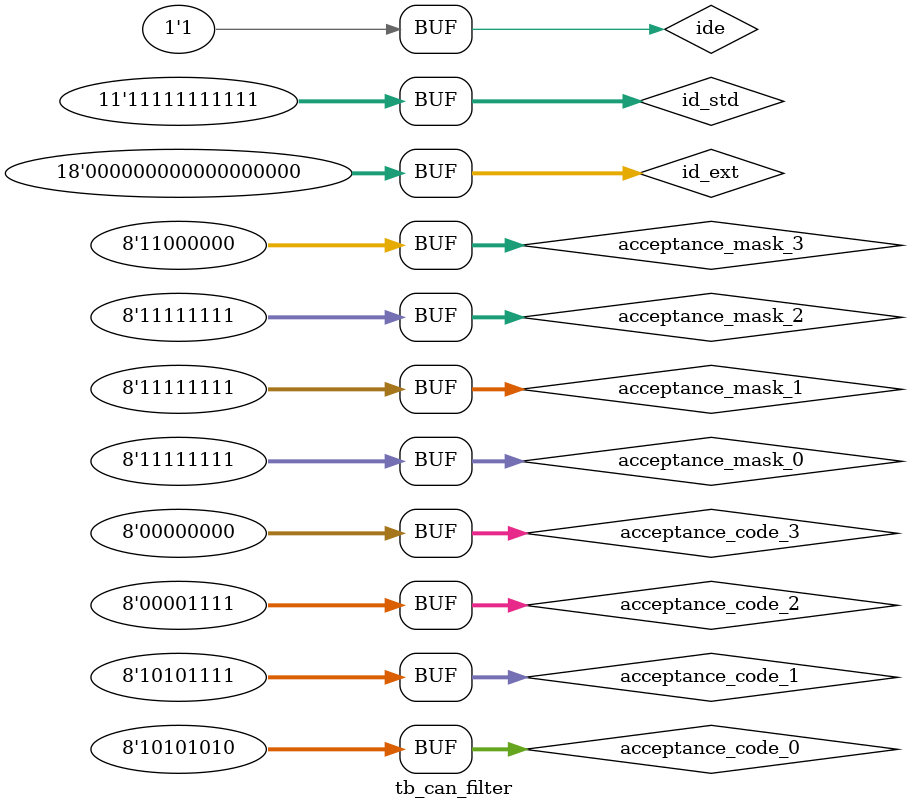
<source format=sv>
`timescale 1ns / 1ps
module tb_can_filter;
  logic        ide;
  logic [10:0] id_std;
  logic [17:0] id_ext;
  logic [7:0]  acceptance_code_0, acceptance_code_1, acceptance_code_2, acceptance_code_3;
  logic [7:0]  acceptance_mask_0, acceptance_mask_1, acceptance_mask_2, acceptance_mask_3;
  logic        accept_frame;

  // Instantiate the module
  can_filtering dut (
    .ide(ide),
    .id_std(id_std),
    .id_ext(id_ext),
    .acceptance_code_0(acceptance_code_0),
    .acceptance_code_1(acceptance_code_1),
    .acceptance_code_2(acceptance_code_2),
    .acceptance_code_3(acceptance_code_3),
    .acceptance_mask_0(acceptance_mask_0),
    .acceptance_mask_1(acceptance_mask_1),
    .acceptance_mask_2(acceptance_mask_2),
    .acceptance_mask_3(acceptance_mask_3),
    .accept_frame(accept_frame)
  );

  initial begin
    

//    Test 1: Standard Frame - NOT MATCH
    ide = 0;
    id_std = 11'b10100111111;

    acceptance_code_0 = 8'b10100100;
    acceptance_code_1 = 8'b00000000;
    acceptance_mask_0 = 8'b11111111;
    acceptance_mask_1 = 8'b11100000;

    acceptance_code_2 = 0;
    acceptance_code_3 = 0;
    acceptance_mask_2 = 0;
    acceptance_mask_3 = 0;

    #30;
//  Test 2: Standard Frame - MATCH
    ide = 0;
    id_std = 11'b10100111111;

    acceptance_code_0 = 8'b10100111;
    acceptance_code_1 = 8'b11100000;
    acceptance_mask_0 = 8'b11111111;
    acceptance_mask_1 = 8'b11100000;

    #30;


//  Test 3: Extended Frame - MATCH
ide = 1;

    id_std = 11'b10101010101;
    id_ext = 18'b010101010101010101;


    acceptance_code_0 = 8'b10101010;
    acceptance_code_1 = 8'b10101010;
    acceptance_code_2 = 8'b10101010;
    acceptance_code_3 = 8'b10101000; // only bits [7:6] matter ? top 2 bits of last byte

    // Mask = all bits 1 ? full compare
    acceptance_mask_0 = 8'b11111111;
    acceptance_mask_1 = 8'b11111111;
    acceptance_mask_2 = 8'b11111111;
    acceptance_mask_3 = 8'b11111000; // bits [7:6] ? top 2 bits = total 29 bits

    #30;

    //  Test 4: Extended Frame - NOT MATCH
    ide = 1;
    id_std = 11'b11111111111;
    id_ext = 18'b000000000000000000;

    acceptance_code_0 = 8'b10101010;
    acceptance_code_1 = 8'b10101111;
    acceptance_code_2 = 8'b00001111;
    acceptance_code_3 = 8'b00000000;

    acceptance_mask_0 = 8'b11111111;
    acceptance_mask_1 = 8'b11111111;
    acceptance_mask_2 = 8'b11111111;
    acceptance_mask_3 = 8'b11000000;

    #30;
   
  end
endmodule

</source>
